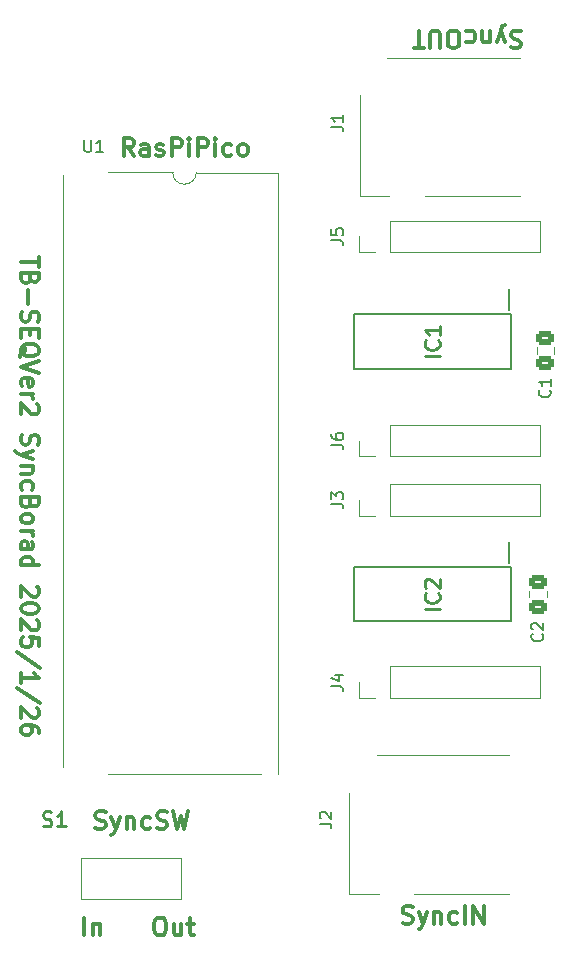
<source format=gto>
G04 #@! TF.GenerationSoftware,KiCad,Pcbnew,8.0.8*
G04 #@! TF.CreationDate,2025-01-26T13:14:25+09:00*
G04 #@! TF.ProjectId,SyncBoard,53796e63-426f-4617-9264-2e6b69636164,rev?*
G04 #@! TF.SameCoordinates,Original*
G04 #@! TF.FileFunction,Legend,Top*
G04 #@! TF.FilePolarity,Positive*
%FSLAX46Y46*%
G04 Gerber Fmt 4.6, Leading zero omitted, Abs format (unit mm)*
G04 Created by KiCad (PCBNEW 8.0.8) date 2025-01-26 13:14:25*
%MOMM*%
%LPD*%
G01*
G04 APERTURE LIST*
G04 Aperture macros list*
%AMRoundRect*
0 Rectangle with rounded corners*
0 $1 Rounding radius*
0 $2 $3 $4 $5 $6 $7 $8 $9 X,Y pos of 4 corners*
0 Add a 4 corners polygon primitive as box body*
4,1,4,$2,$3,$4,$5,$6,$7,$8,$9,$2,$3,0*
0 Add four circle primitives for the rounded corners*
1,1,$1+$1,$2,$3*
1,1,$1+$1,$4,$5*
1,1,$1+$1,$6,$7*
1,1,$1+$1,$8,$9*
0 Add four rect primitives between the rounded corners*
20,1,$1+$1,$2,$3,$4,$5,0*
20,1,$1+$1,$4,$5,$6,$7,0*
20,1,$1+$1,$6,$7,$8,$9,0*
20,1,$1+$1,$8,$9,$2,$3,0*%
G04 Aperture macros list end*
%ADD10C,0.300000*%
%ADD11C,0.254000*%
%ADD12C,0.150000*%
%ADD13C,0.200000*%
%ADD14C,0.120000*%
%ADD15C,0.100000*%
%ADD16R,0.700000X1.775000*%
%ADD17R,1.700000X1.700000*%
%ADD18O,1.700000X1.700000*%
%ADD19O,1.600000X1.600000*%
%ADD20R,1.600000X1.600000*%
%ADD21C,1.400000*%
%ADD22O,2.100000X3.100000*%
%ADD23O,3.500000X2.500000*%
%ADD24O,2.500000X3.500000*%
%ADD25O,3.000000X1.500000*%
%ADD26RoundRect,0.250000X-0.475000X0.337500X-0.475000X-0.337500X0.475000X-0.337500X0.475000X0.337500X0*%
G04 APERTURE END LIST*
D10*
X92840225Y-106300828D02*
X93125939Y-106300828D01*
X93125939Y-106300828D02*
X93268796Y-106372257D01*
X93268796Y-106372257D02*
X93411653Y-106515114D01*
X93411653Y-106515114D02*
X93483082Y-106800828D01*
X93483082Y-106800828D02*
X93483082Y-107300828D01*
X93483082Y-107300828D02*
X93411653Y-107586542D01*
X93411653Y-107586542D02*
X93268796Y-107729400D01*
X93268796Y-107729400D02*
X93125939Y-107800828D01*
X93125939Y-107800828D02*
X92840225Y-107800828D01*
X92840225Y-107800828D02*
X92697368Y-107729400D01*
X92697368Y-107729400D02*
X92554510Y-107586542D01*
X92554510Y-107586542D02*
X92483082Y-107300828D01*
X92483082Y-107300828D02*
X92483082Y-106800828D01*
X92483082Y-106800828D02*
X92554510Y-106515114D01*
X92554510Y-106515114D02*
X92697368Y-106372257D01*
X92697368Y-106372257D02*
X92840225Y-106300828D01*
X94768797Y-106800828D02*
X94768797Y-107800828D01*
X94125939Y-106800828D02*
X94125939Y-107586542D01*
X94125939Y-107586542D02*
X94197368Y-107729400D01*
X94197368Y-107729400D02*
X94340225Y-107800828D01*
X94340225Y-107800828D02*
X94554511Y-107800828D01*
X94554511Y-107800828D02*
X94697368Y-107729400D01*
X94697368Y-107729400D02*
X94768797Y-107657971D01*
X95268797Y-106800828D02*
X95840225Y-106800828D01*
X95483082Y-106300828D02*
X95483082Y-107586542D01*
X95483082Y-107586542D02*
X95554511Y-107729400D01*
X95554511Y-107729400D02*
X95697368Y-107800828D01*
X95697368Y-107800828D02*
X95840225Y-107800828D01*
X86554510Y-107800828D02*
X86554510Y-106300828D01*
X87268796Y-106800828D02*
X87268796Y-107800828D01*
X87268796Y-106943685D02*
X87340225Y-106872257D01*
X87340225Y-106872257D02*
X87483082Y-106800828D01*
X87483082Y-106800828D02*
X87697368Y-106800828D01*
X87697368Y-106800828D02*
X87840225Y-106872257D01*
X87840225Y-106872257D02*
X87911654Y-107015114D01*
X87911654Y-107015114D02*
X87911654Y-107800828D01*
X82699171Y-50340225D02*
X82699171Y-51197368D01*
X81199171Y-50768796D02*
X82699171Y-50768796D01*
X81984885Y-52197367D02*
X81913457Y-52411653D01*
X81913457Y-52411653D02*
X81842028Y-52483082D01*
X81842028Y-52483082D02*
X81699171Y-52554510D01*
X81699171Y-52554510D02*
X81484885Y-52554510D01*
X81484885Y-52554510D02*
X81342028Y-52483082D01*
X81342028Y-52483082D02*
X81270600Y-52411653D01*
X81270600Y-52411653D02*
X81199171Y-52268796D01*
X81199171Y-52268796D02*
X81199171Y-51697367D01*
X81199171Y-51697367D02*
X82699171Y-51697367D01*
X82699171Y-51697367D02*
X82699171Y-52197367D01*
X82699171Y-52197367D02*
X82627742Y-52340225D01*
X82627742Y-52340225D02*
X82556314Y-52411653D01*
X82556314Y-52411653D02*
X82413457Y-52483082D01*
X82413457Y-52483082D02*
X82270600Y-52483082D01*
X82270600Y-52483082D02*
X82127742Y-52411653D01*
X82127742Y-52411653D02*
X82056314Y-52340225D01*
X82056314Y-52340225D02*
X81984885Y-52197367D01*
X81984885Y-52197367D02*
X81984885Y-51697367D01*
X81770600Y-53197367D02*
X81770600Y-54340225D01*
X81270600Y-54983082D02*
X81199171Y-55197368D01*
X81199171Y-55197368D02*
X81199171Y-55554510D01*
X81199171Y-55554510D02*
X81270600Y-55697368D01*
X81270600Y-55697368D02*
X81342028Y-55768796D01*
X81342028Y-55768796D02*
X81484885Y-55840225D01*
X81484885Y-55840225D02*
X81627742Y-55840225D01*
X81627742Y-55840225D02*
X81770600Y-55768796D01*
X81770600Y-55768796D02*
X81842028Y-55697368D01*
X81842028Y-55697368D02*
X81913457Y-55554510D01*
X81913457Y-55554510D02*
X81984885Y-55268796D01*
X81984885Y-55268796D02*
X82056314Y-55125939D01*
X82056314Y-55125939D02*
X82127742Y-55054510D01*
X82127742Y-55054510D02*
X82270600Y-54983082D01*
X82270600Y-54983082D02*
X82413457Y-54983082D01*
X82413457Y-54983082D02*
X82556314Y-55054510D01*
X82556314Y-55054510D02*
X82627742Y-55125939D01*
X82627742Y-55125939D02*
X82699171Y-55268796D01*
X82699171Y-55268796D02*
X82699171Y-55625939D01*
X82699171Y-55625939D02*
X82627742Y-55840225D01*
X81984885Y-56483081D02*
X81984885Y-56983081D01*
X81199171Y-57197367D02*
X81199171Y-56483081D01*
X81199171Y-56483081D02*
X82699171Y-56483081D01*
X82699171Y-56483081D02*
X82699171Y-57197367D01*
X81056314Y-58840224D02*
X81127742Y-58697367D01*
X81127742Y-58697367D02*
X81270600Y-58554510D01*
X81270600Y-58554510D02*
X81484885Y-58340224D01*
X81484885Y-58340224D02*
X81556314Y-58197367D01*
X81556314Y-58197367D02*
X81556314Y-58054510D01*
X81199171Y-58125939D02*
X81270600Y-57983082D01*
X81270600Y-57983082D02*
X81413457Y-57840224D01*
X81413457Y-57840224D02*
X81699171Y-57768796D01*
X81699171Y-57768796D02*
X82199171Y-57768796D01*
X82199171Y-57768796D02*
X82484885Y-57840224D01*
X82484885Y-57840224D02*
X82627742Y-57983082D01*
X82627742Y-57983082D02*
X82699171Y-58125939D01*
X82699171Y-58125939D02*
X82699171Y-58411653D01*
X82699171Y-58411653D02*
X82627742Y-58554510D01*
X82627742Y-58554510D02*
X82484885Y-58697367D01*
X82484885Y-58697367D02*
X82199171Y-58768796D01*
X82199171Y-58768796D02*
X81699171Y-58768796D01*
X81699171Y-58768796D02*
X81413457Y-58697367D01*
X81413457Y-58697367D02*
X81270600Y-58554510D01*
X81270600Y-58554510D02*
X81199171Y-58411653D01*
X81199171Y-58411653D02*
X81199171Y-58125939D01*
X82699171Y-59197368D02*
X81199171Y-59697368D01*
X81199171Y-59697368D02*
X82699171Y-60197368D01*
X81270600Y-61268796D02*
X81199171Y-61125939D01*
X81199171Y-61125939D02*
X81199171Y-60840225D01*
X81199171Y-60840225D02*
X81270600Y-60697367D01*
X81270600Y-60697367D02*
X81413457Y-60625939D01*
X81413457Y-60625939D02*
X81984885Y-60625939D01*
X81984885Y-60625939D02*
X82127742Y-60697367D01*
X82127742Y-60697367D02*
X82199171Y-60840225D01*
X82199171Y-60840225D02*
X82199171Y-61125939D01*
X82199171Y-61125939D02*
X82127742Y-61268796D01*
X82127742Y-61268796D02*
X81984885Y-61340225D01*
X81984885Y-61340225D02*
X81842028Y-61340225D01*
X81842028Y-61340225D02*
X81699171Y-60625939D01*
X81199171Y-61983081D02*
X82199171Y-61983081D01*
X81913457Y-61983081D02*
X82056314Y-62054510D01*
X82056314Y-62054510D02*
X82127742Y-62125939D01*
X82127742Y-62125939D02*
X82199171Y-62268796D01*
X82199171Y-62268796D02*
X82199171Y-62411653D01*
X82556314Y-62840224D02*
X82627742Y-62911652D01*
X82627742Y-62911652D02*
X82699171Y-63054510D01*
X82699171Y-63054510D02*
X82699171Y-63411652D01*
X82699171Y-63411652D02*
X82627742Y-63554510D01*
X82627742Y-63554510D02*
X82556314Y-63625938D01*
X82556314Y-63625938D02*
X82413457Y-63697367D01*
X82413457Y-63697367D02*
X82270600Y-63697367D01*
X82270600Y-63697367D02*
X82056314Y-63625938D01*
X82056314Y-63625938D02*
X81199171Y-62768795D01*
X81199171Y-62768795D02*
X81199171Y-63697367D01*
X81270600Y-65411652D02*
X81199171Y-65625938D01*
X81199171Y-65625938D02*
X81199171Y-65983080D01*
X81199171Y-65983080D02*
X81270600Y-66125938D01*
X81270600Y-66125938D02*
X81342028Y-66197366D01*
X81342028Y-66197366D02*
X81484885Y-66268795D01*
X81484885Y-66268795D02*
X81627742Y-66268795D01*
X81627742Y-66268795D02*
X81770600Y-66197366D01*
X81770600Y-66197366D02*
X81842028Y-66125938D01*
X81842028Y-66125938D02*
X81913457Y-65983080D01*
X81913457Y-65983080D02*
X81984885Y-65697366D01*
X81984885Y-65697366D02*
X82056314Y-65554509D01*
X82056314Y-65554509D02*
X82127742Y-65483080D01*
X82127742Y-65483080D02*
X82270600Y-65411652D01*
X82270600Y-65411652D02*
X82413457Y-65411652D01*
X82413457Y-65411652D02*
X82556314Y-65483080D01*
X82556314Y-65483080D02*
X82627742Y-65554509D01*
X82627742Y-65554509D02*
X82699171Y-65697366D01*
X82699171Y-65697366D02*
X82699171Y-66054509D01*
X82699171Y-66054509D02*
X82627742Y-66268795D01*
X82199171Y-66768794D02*
X81199171Y-67125937D01*
X82199171Y-67483080D02*
X81199171Y-67125937D01*
X81199171Y-67125937D02*
X80842028Y-66983080D01*
X80842028Y-66983080D02*
X80770600Y-66911651D01*
X80770600Y-66911651D02*
X80699171Y-66768794D01*
X82199171Y-68054508D02*
X81199171Y-68054508D01*
X82056314Y-68054508D02*
X82127742Y-68125937D01*
X82127742Y-68125937D02*
X82199171Y-68268794D01*
X82199171Y-68268794D02*
X82199171Y-68483080D01*
X82199171Y-68483080D02*
X82127742Y-68625937D01*
X82127742Y-68625937D02*
X81984885Y-68697366D01*
X81984885Y-68697366D02*
X81199171Y-68697366D01*
X81270600Y-70054509D02*
X81199171Y-69911651D01*
X81199171Y-69911651D02*
X81199171Y-69625937D01*
X81199171Y-69625937D02*
X81270600Y-69483080D01*
X81270600Y-69483080D02*
X81342028Y-69411651D01*
X81342028Y-69411651D02*
X81484885Y-69340223D01*
X81484885Y-69340223D02*
X81913457Y-69340223D01*
X81913457Y-69340223D02*
X82056314Y-69411651D01*
X82056314Y-69411651D02*
X82127742Y-69483080D01*
X82127742Y-69483080D02*
X82199171Y-69625937D01*
X82199171Y-69625937D02*
X82199171Y-69911651D01*
X82199171Y-69911651D02*
X82127742Y-70054509D01*
X81984885Y-71197365D02*
X81913457Y-71411651D01*
X81913457Y-71411651D02*
X81842028Y-71483080D01*
X81842028Y-71483080D02*
X81699171Y-71554508D01*
X81699171Y-71554508D02*
X81484885Y-71554508D01*
X81484885Y-71554508D02*
X81342028Y-71483080D01*
X81342028Y-71483080D02*
X81270600Y-71411651D01*
X81270600Y-71411651D02*
X81199171Y-71268794D01*
X81199171Y-71268794D02*
X81199171Y-70697365D01*
X81199171Y-70697365D02*
X82699171Y-70697365D01*
X82699171Y-70697365D02*
X82699171Y-71197365D01*
X82699171Y-71197365D02*
X82627742Y-71340223D01*
X82627742Y-71340223D02*
X82556314Y-71411651D01*
X82556314Y-71411651D02*
X82413457Y-71483080D01*
X82413457Y-71483080D02*
X82270600Y-71483080D01*
X82270600Y-71483080D02*
X82127742Y-71411651D01*
X82127742Y-71411651D02*
X82056314Y-71340223D01*
X82056314Y-71340223D02*
X81984885Y-71197365D01*
X81984885Y-71197365D02*
X81984885Y-70697365D01*
X81199171Y-72411651D02*
X81270600Y-72268794D01*
X81270600Y-72268794D02*
X81342028Y-72197365D01*
X81342028Y-72197365D02*
X81484885Y-72125937D01*
X81484885Y-72125937D02*
X81913457Y-72125937D01*
X81913457Y-72125937D02*
X82056314Y-72197365D01*
X82056314Y-72197365D02*
X82127742Y-72268794D01*
X82127742Y-72268794D02*
X82199171Y-72411651D01*
X82199171Y-72411651D02*
X82199171Y-72625937D01*
X82199171Y-72625937D02*
X82127742Y-72768794D01*
X82127742Y-72768794D02*
X82056314Y-72840223D01*
X82056314Y-72840223D02*
X81913457Y-72911651D01*
X81913457Y-72911651D02*
X81484885Y-72911651D01*
X81484885Y-72911651D02*
X81342028Y-72840223D01*
X81342028Y-72840223D02*
X81270600Y-72768794D01*
X81270600Y-72768794D02*
X81199171Y-72625937D01*
X81199171Y-72625937D02*
X81199171Y-72411651D01*
X81199171Y-73554508D02*
X82199171Y-73554508D01*
X81913457Y-73554508D02*
X82056314Y-73625937D01*
X82056314Y-73625937D02*
X82127742Y-73697366D01*
X82127742Y-73697366D02*
X82199171Y-73840223D01*
X82199171Y-73840223D02*
X82199171Y-73983080D01*
X81199171Y-75125937D02*
X81984885Y-75125937D01*
X81984885Y-75125937D02*
X82127742Y-75054508D01*
X82127742Y-75054508D02*
X82199171Y-74911651D01*
X82199171Y-74911651D02*
X82199171Y-74625937D01*
X82199171Y-74625937D02*
X82127742Y-74483079D01*
X81270600Y-75125937D02*
X81199171Y-74983079D01*
X81199171Y-74983079D02*
X81199171Y-74625937D01*
X81199171Y-74625937D02*
X81270600Y-74483079D01*
X81270600Y-74483079D02*
X81413457Y-74411651D01*
X81413457Y-74411651D02*
X81556314Y-74411651D01*
X81556314Y-74411651D02*
X81699171Y-74483079D01*
X81699171Y-74483079D02*
X81770600Y-74625937D01*
X81770600Y-74625937D02*
X81770600Y-74983079D01*
X81770600Y-74983079D02*
X81842028Y-75125937D01*
X81199171Y-76483080D02*
X82699171Y-76483080D01*
X81270600Y-76483080D02*
X81199171Y-76340222D01*
X81199171Y-76340222D02*
X81199171Y-76054508D01*
X81199171Y-76054508D02*
X81270600Y-75911651D01*
X81270600Y-75911651D02*
X81342028Y-75840222D01*
X81342028Y-75840222D02*
X81484885Y-75768794D01*
X81484885Y-75768794D02*
X81913457Y-75768794D01*
X81913457Y-75768794D02*
X82056314Y-75840222D01*
X82056314Y-75840222D02*
X82127742Y-75911651D01*
X82127742Y-75911651D02*
X82199171Y-76054508D01*
X82199171Y-76054508D02*
X82199171Y-76340222D01*
X82199171Y-76340222D02*
X82127742Y-76483080D01*
X82556314Y-78268794D02*
X82627742Y-78340222D01*
X82627742Y-78340222D02*
X82699171Y-78483080D01*
X82699171Y-78483080D02*
X82699171Y-78840222D01*
X82699171Y-78840222D02*
X82627742Y-78983080D01*
X82627742Y-78983080D02*
X82556314Y-79054508D01*
X82556314Y-79054508D02*
X82413457Y-79125937D01*
X82413457Y-79125937D02*
X82270600Y-79125937D01*
X82270600Y-79125937D02*
X82056314Y-79054508D01*
X82056314Y-79054508D02*
X81199171Y-78197365D01*
X81199171Y-78197365D02*
X81199171Y-79125937D01*
X82699171Y-80054508D02*
X82699171Y-80197365D01*
X82699171Y-80197365D02*
X82627742Y-80340222D01*
X82627742Y-80340222D02*
X82556314Y-80411651D01*
X82556314Y-80411651D02*
X82413457Y-80483079D01*
X82413457Y-80483079D02*
X82127742Y-80554508D01*
X82127742Y-80554508D02*
X81770600Y-80554508D01*
X81770600Y-80554508D02*
X81484885Y-80483079D01*
X81484885Y-80483079D02*
X81342028Y-80411651D01*
X81342028Y-80411651D02*
X81270600Y-80340222D01*
X81270600Y-80340222D02*
X81199171Y-80197365D01*
X81199171Y-80197365D02*
X81199171Y-80054508D01*
X81199171Y-80054508D02*
X81270600Y-79911651D01*
X81270600Y-79911651D02*
X81342028Y-79840222D01*
X81342028Y-79840222D02*
X81484885Y-79768793D01*
X81484885Y-79768793D02*
X81770600Y-79697365D01*
X81770600Y-79697365D02*
X82127742Y-79697365D01*
X82127742Y-79697365D02*
X82413457Y-79768793D01*
X82413457Y-79768793D02*
X82556314Y-79840222D01*
X82556314Y-79840222D02*
X82627742Y-79911651D01*
X82627742Y-79911651D02*
X82699171Y-80054508D01*
X82556314Y-81125936D02*
X82627742Y-81197364D01*
X82627742Y-81197364D02*
X82699171Y-81340222D01*
X82699171Y-81340222D02*
X82699171Y-81697364D01*
X82699171Y-81697364D02*
X82627742Y-81840222D01*
X82627742Y-81840222D02*
X82556314Y-81911650D01*
X82556314Y-81911650D02*
X82413457Y-81983079D01*
X82413457Y-81983079D02*
X82270600Y-81983079D01*
X82270600Y-81983079D02*
X82056314Y-81911650D01*
X82056314Y-81911650D02*
X81199171Y-81054507D01*
X81199171Y-81054507D02*
X81199171Y-81983079D01*
X82699171Y-83340221D02*
X82699171Y-82625935D01*
X82699171Y-82625935D02*
X81984885Y-82554507D01*
X81984885Y-82554507D02*
X82056314Y-82625935D01*
X82056314Y-82625935D02*
X82127742Y-82768793D01*
X82127742Y-82768793D02*
X82127742Y-83125935D01*
X82127742Y-83125935D02*
X82056314Y-83268793D01*
X82056314Y-83268793D02*
X81984885Y-83340221D01*
X81984885Y-83340221D02*
X81842028Y-83411650D01*
X81842028Y-83411650D02*
X81484885Y-83411650D01*
X81484885Y-83411650D02*
X81342028Y-83340221D01*
X81342028Y-83340221D02*
X81270600Y-83268793D01*
X81270600Y-83268793D02*
X81199171Y-83125935D01*
X81199171Y-83125935D02*
X81199171Y-82768793D01*
X81199171Y-82768793D02*
X81270600Y-82625935D01*
X81270600Y-82625935D02*
X81342028Y-82554507D01*
X82770600Y-85125935D02*
X80842028Y-83840221D01*
X81199171Y-86411650D02*
X81199171Y-85554507D01*
X81199171Y-85983078D02*
X82699171Y-85983078D01*
X82699171Y-85983078D02*
X82484885Y-85840221D01*
X82484885Y-85840221D02*
X82342028Y-85697364D01*
X82342028Y-85697364D02*
X82270600Y-85554507D01*
X82770600Y-88125935D02*
X80842028Y-86840221D01*
X82556314Y-88554507D02*
X82627742Y-88625935D01*
X82627742Y-88625935D02*
X82699171Y-88768793D01*
X82699171Y-88768793D02*
X82699171Y-89125935D01*
X82699171Y-89125935D02*
X82627742Y-89268793D01*
X82627742Y-89268793D02*
X82556314Y-89340221D01*
X82556314Y-89340221D02*
X82413457Y-89411650D01*
X82413457Y-89411650D02*
X82270600Y-89411650D01*
X82270600Y-89411650D02*
X82056314Y-89340221D01*
X82056314Y-89340221D02*
X81199171Y-88483078D01*
X81199171Y-88483078D02*
X81199171Y-89411650D01*
X82699171Y-90697364D02*
X82699171Y-90411649D01*
X82699171Y-90411649D02*
X82627742Y-90268792D01*
X82627742Y-90268792D02*
X82556314Y-90197364D01*
X82556314Y-90197364D02*
X82342028Y-90054506D01*
X82342028Y-90054506D02*
X82056314Y-89983078D01*
X82056314Y-89983078D02*
X81484885Y-89983078D01*
X81484885Y-89983078D02*
X81342028Y-90054506D01*
X81342028Y-90054506D02*
X81270600Y-90125935D01*
X81270600Y-90125935D02*
X81199171Y-90268792D01*
X81199171Y-90268792D02*
X81199171Y-90554506D01*
X81199171Y-90554506D02*
X81270600Y-90697364D01*
X81270600Y-90697364D02*
X81342028Y-90768792D01*
X81342028Y-90768792D02*
X81484885Y-90840221D01*
X81484885Y-90840221D02*
X81842028Y-90840221D01*
X81842028Y-90840221D02*
X81984885Y-90768792D01*
X81984885Y-90768792D02*
X82056314Y-90697364D01*
X82056314Y-90697364D02*
X82127742Y-90554506D01*
X82127742Y-90554506D02*
X82127742Y-90268792D01*
X82127742Y-90268792D02*
X82056314Y-90125935D01*
X82056314Y-90125935D02*
X81984885Y-90054506D01*
X81984885Y-90054506D02*
X81842028Y-89983078D01*
X90716653Y-41800828D02*
X90216653Y-41086542D01*
X89859510Y-41800828D02*
X89859510Y-40300828D01*
X89859510Y-40300828D02*
X90430939Y-40300828D01*
X90430939Y-40300828D02*
X90573796Y-40372257D01*
X90573796Y-40372257D02*
X90645225Y-40443685D01*
X90645225Y-40443685D02*
X90716653Y-40586542D01*
X90716653Y-40586542D02*
X90716653Y-40800828D01*
X90716653Y-40800828D02*
X90645225Y-40943685D01*
X90645225Y-40943685D02*
X90573796Y-41015114D01*
X90573796Y-41015114D02*
X90430939Y-41086542D01*
X90430939Y-41086542D02*
X89859510Y-41086542D01*
X92002368Y-41800828D02*
X92002368Y-41015114D01*
X92002368Y-41015114D02*
X91930939Y-40872257D01*
X91930939Y-40872257D02*
X91788082Y-40800828D01*
X91788082Y-40800828D02*
X91502368Y-40800828D01*
X91502368Y-40800828D02*
X91359510Y-40872257D01*
X92002368Y-41729400D02*
X91859510Y-41800828D01*
X91859510Y-41800828D02*
X91502368Y-41800828D01*
X91502368Y-41800828D02*
X91359510Y-41729400D01*
X91359510Y-41729400D02*
X91288082Y-41586542D01*
X91288082Y-41586542D02*
X91288082Y-41443685D01*
X91288082Y-41443685D02*
X91359510Y-41300828D01*
X91359510Y-41300828D02*
X91502368Y-41229400D01*
X91502368Y-41229400D02*
X91859510Y-41229400D01*
X91859510Y-41229400D02*
X92002368Y-41157971D01*
X92645225Y-41729400D02*
X92788082Y-41800828D01*
X92788082Y-41800828D02*
X93073796Y-41800828D01*
X93073796Y-41800828D02*
X93216653Y-41729400D01*
X93216653Y-41729400D02*
X93288082Y-41586542D01*
X93288082Y-41586542D02*
X93288082Y-41515114D01*
X93288082Y-41515114D02*
X93216653Y-41372257D01*
X93216653Y-41372257D02*
X93073796Y-41300828D01*
X93073796Y-41300828D02*
X92859511Y-41300828D01*
X92859511Y-41300828D02*
X92716653Y-41229400D01*
X92716653Y-41229400D02*
X92645225Y-41086542D01*
X92645225Y-41086542D02*
X92645225Y-41015114D01*
X92645225Y-41015114D02*
X92716653Y-40872257D01*
X92716653Y-40872257D02*
X92859511Y-40800828D01*
X92859511Y-40800828D02*
X93073796Y-40800828D01*
X93073796Y-40800828D02*
X93216653Y-40872257D01*
X93930939Y-41800828D02*
X93930939Y-40300828D01*
X93930939Y-40300828D02*
X94502368Y-40300828D01*
X94502368Y-40300828D02*
X94645225Y-40372257D01*
X94645225Y-40372257D02*
X94716654Y-40443685D01*
X94716654Y-40443685D02*
X94788082Y-40586542D01*
X94788082Y-40586542D02*
X94788082Y-40800828D01*
X94788082Y-40800828D02*
X94716654Y-40943685D01*
X94716654Y-40943685D02*
X94645225Y-41015114D01*
X94645225Y-41015114D02*
X94502368Y-41086542D01*
X94502368Y-41086542D02*
X93930939Y-41086542D01*
X95430939Y-41800828D02*
X95430939Y-40800828D01*
X95430939Y-40300828D02*
X95359511Y-40372257D01*
X95359511Y-40372257D02*
X95430939Y-40443685D01*
X95430939Y-40443685D02*
X95502368Y-40372257D01*
X95502368Y-40372257D02*
X95430939Y-40300828D01*
X95430939Y-40300828D02*
X95430939Y-40443685D01*
X96145225Y-41800828D02*
X96145225Y-40300828D01*
X96145225Y-40300828D02*
X96716654Y-40300828D01*
X96716654Y-40300828D02*
X96859511Y-40372257D01*
X96859511Y-40372257D02*
X96930940Y-40443685D01*
X96930940Y-40443685D02*
X97002368Y-40586542D01*
X97002368Y-40586542D02*
X97002368Y-40800828D01*
X97002368Y-40800828D02*
X96930940Y-40943685D01*
X96930940Y-40943685D02*
X96859511Y-41015114D01*
X96859511Y-41015114D02*
X96716654Y-41086542D01*
X96716654Y-41086542D02*
X96145225Y-41086542D01*
X97645225Y-41800828D02*
X97645225Y-40800828D01*
X97645225Y-40300828D02*
X97573797Y-40372257D01*
X97573797Y-40372257D02*
X97645225Y-40443685D01*
X97645225Y-40443685D02*
X97716654Y-40372257D01*
X97716654Y-40372257D02*
X97645225Y-40300828D01*
X97645225Y-40300828D02*
X97645225Y-40443685D01*
X99002369Y-41729400D02*
X98859511Y-41800828D01*
X98859511Y-41800828D02*
X98573797Y-41800828D01*
X98573797Y-41800828D02*
X98430940Y-41729400D01*
X98430940Y-41729400D02*
X98359511Y-41657971D01*
X98359511Y-41657971D02*
X98288083Y-41515114D01*
X98288083Y-41515114D02*
X98288083Y-41086542D01*
X98288083Y-41086542D02*
X98359511Y-40943685D01*
X98359511Y-40943685D02*
X98430940Y-40872257D01*
X98430940Y-40872257D02*
X98573797Y-40800828D01*
X98573797Y-40800828D02*
X98859511Y-40800828D01*
X98859511Y-40800828D02*
X99002369Y-40872257D01*
X99859511Y-41800828D02*
X99716654Y-41729400D01*
X99716654Y-41729400D02*
X99645225Y-41657971D01*
X99645225Y-41657971D02*
X99573797Y-41515114D01*
X99573797Y-41515114D02*
X99573797Y-41086542D01*
X99573797Y-41086542D02*
X99645225Y-40943685D01*
X99645225Y-40943685D02*
X99716654Y-40872257D01*
X99716654Y-40872257D02*
X99859511Y-40800828D01*
X99859511Y-40800828D02*
X100073797Y-40800828D01*
X100073797Y-40800828D02*
X100216654Y-40872257D01*
X100216654Y-40872257D02*
X100288083Y-40943685D01*
X100288083Y-40943685D02*
X100359511Y-41086542D01*
X100359511Y-41086542D02*
X100359511Y-41515114D01*
X100359511Y-41515114D02*
X100288083Y-41657971D01*
X100288083Y-41657971D02*
X100216654Y-41729400D01*
X100216654Y-41729400D02*
X100073797Y-41800828D01*
X100073797Y-41800828D02*
X99859511Y-41800828D01*
X123516917Y-31270600D02*
X123302632Y-31199171D01*
X123302632Y-31199171D02*
X122945489Y-31199171D01*
X122945489Y-31199171D02*
X122802632Y-31270600D01*
X122802632Y-31270600D02*
X122731203Y-31342028D01*
X122731203Y-31342028D02*
X122659774Y-31484885D01*
X122659774Y-31484885D02*
X122659774Y-31627742D01*
X122659774Y-31627742D02*
X122731203Y-31770600D01*
X122731203Y-31770600D02*
X122802632Y-31842028D01*
X122802632Y-31842028D02*
X122945489Y-31913457D01*
X122945489Y-31913457D02*
X123231203Y-31984885D01*
X123231203Y-31984885D02*
X123374060Y-32056314D01*
X123374060Y-32056314D02*
X123445489Y-32127742D01*
X123445489Y-32127742D02*
X123516917Y-32270600D01*
X123516917Y-32270600D02*
X123516917Y-32413457D01*
X123516917Y-32413457D02*
X123445489Y-32556314D01*
X123445489Y-32556314D02*
X123374060Y-32627742D01*
X123374060Y-32627742D02*
X123231203Y-32699171D01*
X123231203Y-32699171D02*
X122874060Y-32699171D01*
X122874060Y-32699171D02*
X122659774Y-32627742D01*
X122159775Y-32199171D02*
X121802632Y-31199171D01*
X121445489Y-32199171D02*
X121802632Y-31199171D01*
X121802632Y-31199171D02*
X121945489Y-30842028D01*
X121945489Y-30842028D02*
X122016918Y-30770600D01*
X122016918Y-30770600D02*
X122159775Y-30699171D01*
X120874061Y-32199171D02*
X120874061Y-31199171D01*
X120874061Y-32056314D02*
X120802632Y-32127742D01*
X120802632Y-32127742D02*
X120659775Y-32199171D01*
X120659775Y-32199171D02*
X120445489Y-32199171D01*
X120445489Y-32199171D02*
X120302632Y-32127742D01*
X120302632Y-32127742D02*
X120231204Y-31984885D01*
X120231204Y-31984885D02*
X120231204Y-31199171D01*
X118874061Y-31270600D02*
X119016918Y-31199171D01*
X119016918Y-31199171D02*
X119302632Y-31199171D01*
X119302632Y-31199171D02*
X119445489Y-31270600D01*
X119445489Y-31270600D02*
X119516918Y-31342028D01*
X119516918Y-31342028D02*
X119588346Y-31484885D01*
X119588346Y-31484885D02*
X119588346Y-31913457D01*
X119588346Y-31913457D02*
X119516918Y-32056314D01*
X119516918Y-32056314D02*
X119445489Y-32127742D01*
X119445489Y-32127742D02*
X119302632Y-32199171D01*
X119302632Y-32199171D02*
X119016918Y-32199171D01*
X119016918Y-32199171D02*
X118874061Y-32127742D01*
X117945489Y-32699171D02*
X117659775Y-32699171D01*
X117659775Y-32699171D02*
X117516918Y-32627742D01*
X117516918Y-32627742D02*
X117374061Y-32484885D01*
X117374061Y-32484885D02*
X117302632Y-32199171D01*
X117302632Y-32199171D02*
X117302632Y-31699171D01*
X117302632Y-31699171D02*
X117374061Y-31413457D01*
X117374061Y-31413457D02*
X117516918Y-31270600D01*
X117516918Y-31270600D02*
X117659775Y-31199171D01*
X117659775Y-31199171D02*
X117945489Y-31199171D01*
X117945489Y-31199171D02*
X118088347Y-31270600D01*
X118088347Y-31270600D02*
X118231204Y-31413457D01*
X118231204Y-31413457D02*
X118302632Y-31699171D01*
X118302632Y-31699171D02*
X118302632Y-32199171D01*
X118302632Y-32199171D02*
X118231204Y-32484885D01*
X118231204Y-32484885D02*
X118088347Y-32627742D01*
X118088347Y-32627742D02*
X117945489Y-32699171D01*
X116659775Y-32699171D02*
X116659775Y-31484885D01*
X116659775Y-31484885D02*
X116588346Y-31342028D01*
X116588346Y-31342028D02*
X116516918Y-31270600D01*
X116516918Y-31270600D02*
X116374060Y-31199171D01*
X116374060Y-31199171D02*
X116088346Y-31199171D01*
X116088346Y-31199171D02*
X115945489Y-31270600D01*
X115945489Y-31270600D02*
X115874060Y-31342028D01*
X115874060Y-31342028D02*
X115802632Y-31484885D01*
X115802632Y-31484885D02*
X115802632Y-32699171D01*
X115302631Y-32699171D02*
X114445489Y-32699171D01*
X114874060Y-31199171D02*
X114874060Y-32699171D01*
X113483082Y-106729400D02*
X113697368Y-106800828D01*
X113697368Y-106800828D02*
X114054510Y-106800828D01*
X114054510Y-106800828D02*
X114197368Y-106729400D01*
X114197368Y-106729400D02*
X114268796Y-106657971D01*
X114268796Y-106657971D02*
X114340225Y-106515114D01*
X114340225Y-106515114D02*
X114340225Y-106372257D01*
X114340225Y-106372257D02*
X114268796Y-106229400D01*
X114268796Y-106229400D02*
X114197368Y-106157971D01*
X114197368Y-106157971D02*
X114054510Y-106086542D01*
X114054510Y-106086542D02*
X113768796Y-106015114D01*
X113768796Y-106015114D02*
X113625939Y-105943685D01*
X113625939Y-105943685D02*
X113554510Y-105872257D01*
X113554510Y-105872257D02*
X113483082Y-105729400D01*
X113483082Y-105729400D02*
X113483082Y-105586542D01*
X113483082Y-105586542D02*
X113554510Y-105443685D01*
X113554510Y-105443685D02*
X113625939Y-105372257D01*
X113625939Y-105372257D02*
X113768796Y-105300828D01*
X113768796Y-105300828D02*
X114125939Y-105300828D01*
X114125939Y-105300828D02*
X114340225Y-105372257D01*
X114840224Y-105800828D02*
X115197367Y-106800828D01*
X115554510Y-105800828D02*
X115197367Y-106800828D01*
X115197367Y-106800828D02*
X115054510Y-107157971D01*
X115054510Y-107157971D02*
X114983081Y-107229400D01*
X114983081Y-107229400D02*
X114840224Y-107300828D01*
X116125938Y-105800828D02*
X116125938Y-106800828D01*
X116125938Y-105943685D02*
X116197367Y-105872257D01*
X116197367Y-105872257D02*
X116340224Y-105800828D01*
X116340224Y-105800828D02*
X116554510Y-105800828D01*
X116554510Y-105800828D02*
X116697367Y-105872257D01*
X116697367Y-105872257D02*
X116768796Y-106015114D01*
X116768796Y-106015114D02*
X116768796Y-106800828D01*
X118125939Y-106729400D02*
X117983081Y-106800828D01*
X117983081Y-106800828D02*
X117697367Y-106800828D01*
X117697367Y-106800828D02*
X117554510Y-106729400D01*
X117554510Y-106729400D02*
X117483081Y-106657971D01*
X117483081Y-106657971D02*
X117411653Y-106515114D01*
X117411653Y-106515114D02*
X117411653Y-106086542D01*
X117411653Y-106086542D02*
X117483081Y-105943685D01*
X117483081Y-105943685D02*
X117554510Y-105872257D01*
X117554510Y-105872257D02*
X117697367Y-105800828D01*
X117697367Y-105800828D02*
X117983081Y-105800828D01*
X117983081Y-105800828D02*
X118125939Y-105872257D01*
X118768795Y-106800828D02*
X118768795Y-105300828D01*
X119483081Y-106800828D02*
X119483081Y-105300828D01*
X119483081Y-105300828D02*
X120340224Y-106800828D01*
X120340224Y-106800828D02*
X120340224Y-105300828D01*
X87483082Y-98729400D02*
X87697368Y-98800828D01*
X87697368Y-98800828D02*
X88054510Y-98800828D01*
X88054510Y-98800828D02*
X88197368Y-98729400D01*
X88197368Y-98729400D02*
X88268796Y-98657971D01*
X88268796Y-98657971D02*
X88340225Y-98515114D01*
X88340225Y-98515114D02*
X88340225Y-98372257D01*
X88340225Y-98372257D02*
X88268796Y-98229400D01*
X88268796Y-98229400D02*
X88197368Y-98157971D01*
X88197368Y-98157971D02*
X88054510Y-98086542D01*
X88054510Y-98086542D02*
X87768796Y-98015114D01*
X87768796Y-98015114D02*
X87625939Y-97943685D01*
X87625939Y-97943685D02*
X87554510Y-97872257D01*
X87554510Y-97872257D02*
X87483082Y-97729400D01*
X87483082Y-97729400D02*
X87483082Y-97586542D01*
X87483082Y-97586542D02*
X87554510Y-97443685D01*
X87554510Y-97443685D02*
X87625939Y-97372257D01*
X87625939Y-97372257D02*
X87768796Y-97300828D01*
X87768796Y-97300828D02*
X88125939Y-97300828D01*
X88125939Y-97300828D02*
X88340225Y-97372257D01*
X88840224Y-97800828D02*
X89197367Y-98800828D01*
X89554510Y-97800828D02*
X89197367Y-98800828D01*
X89197367Y-98800828D02*
X89054510Y-99157971D01*
X89054510Y-99157971D02*
X88983081Y-99229400D01*
X88983081Y-99229400D02*
X88840224Y-99300828D01*
X90125938Y-97800828D02*
X90125938Y-98800828D01*
X90125938Y-97943685D02*
X90197367Y-97872257D01*
X90197367Y-97872257D02*
X90340224Y-97800828D01*
X90340224Y-97800828D02*
X90554510Y-97800828D01*
X90554510Y-97800828D02*
X90697367Y-97872257D01*
X90697367Y-97872257D02*
X90768796Y-98015114D01*
X90768796Y-98015114D02*
X90768796Y-98800828D01*
X92125939Y-98729400D02*
X91983081Y-98800828D01*
X91983081Y-98800828D02*
X91697367Y-98800828D01*
X91697367Y-98800828D02*
X91554510Y-98729400D01*
X91554510Y-98729400D02*
X91483081Y-98657971D01*
X91483081Y-98657971D02*
X91411653Y-98515114D01*
X91411653Y-98515114D02*
X91411653Y-98086542D01*
X91411653Y-98086542D02*
X91483081Y-97943685D01*
X91483081Y-97943685D02*
X91554510Y-97872257D01*
X91554510Y-97872257D02*
X91697367Y-97800828D01*
X91697367Y-97800828D02*
X91983081Y-97800828D01*
X91983081Y-97800828D02*
X92125939Y-97872257D01*
X92697367Y-98729400D02*
X92911653Y-98800828D01*
X92911653Y-98800828D02*
X93268795Y-98800828D01*
X93268795Y-98800828D02*
X93411653Y-98729400D01*
X93411653Y-98729400D02*
X93483081Y-98657971D01*
X93483081Y-98657971D02*
X93554510Y-98515114D01*
X93554510Y-98515114D02*
X93554510Y-98372257D01*
X93554510Y-98372257D02*
X93483081Y-98229400D01*
X93483081Y-98229400D02*
X93411653Y-98157971D01*
X93411653Y-98157971D02*
X93268795Y-98086542D01*
X93268795Y-98086542D02*
X92983081Y-98015114D01*
X92983081Y-98015114D02*
X92840224Y-97943685D01*
X92840224Y-97943685D02*
X92768795Y-97872257D01*
X92768795Y-97872257D02*
X92697367Y-97729400D01*
X92697367Y-97729400D02*
X92697367Y-97586542D01*
X92697367Y-97586542D02*
X92768795Y-97443685D01*
X92768795Y-97443685D02*
X92840224Y-97372257D01*
X92840224Y-97372257D02*
X92983081Y-97300828D01*
X92983081Y-97300828D02*
X93340224Y-97300828D01*
X93340224Y-97300828D02*
X93554510Y-97372257D01*
X94054509Y-97300828D02*
X94411652Y-98800828D01*
X94411652Y-98800828D02*
X94697366Y-97729400D01*
X94697366Y-97729400D02*
X94983081Y-98800828D01*
X94983081Y-98800828D02*
X95340224Y-97300828D01*
D11*
X116624318Y-80164762D02*
X115354318Y-80164762D01*
X116503365Y-78834285D02*
X116563842Y-78894761D01*
X116563842Y-78894761D02*
X116624318Y-79076190D01*
X116624318Y-79076190D02*
X116624318Y-79197142D01*
X116624318Y-79197142D02*
X116563842Y-79378571D01*
X116563842Y-79378571D02*
X116442889Y-79499523D01*
X116442889Y-79499523D02*
X116321937Y-79560000D01*
X116321937Y-79560000D02*
X116080032Y-79620476D01*
X116080032Y-79620476D02*
X115898603Y-79620476D01*
X115898603Y-79620476D02*
X115656699Y-79560000D01*
X115656699Y-79560000D02*
X115535746Y-79499523D01*
X115535746Y-79499523D02*
X115414794Y-79378571D01*
X115414794Y-79378571D02*
X115354318Y-79197142D01*
X115354318Y-79197142D02*
X115354318Y-79076190D01*
X115354318Y-79076190D02*
X115414794Y-78894761D01*
X115414794Y-78894761D02*
X115475270Y-78834285D01*
X115475270Y-78350476D02*
X115414794Y-78290000D01*
X115414794Y-78290000D02*
X115354318Y-78169047D01*
X115354318Y-78169047D02*
X115354318Y-77866666D01*
X115354318Y-77866666D02*
X115414794Y-77745714D01*
X115414794Y-77745714D02*
X115475270Y-77685238D01*
X115475270Y-77685238D02*
X115596222Y-77624761D01*
X115596222Y-77624761D02*
X115717175Y-77624761D01*
X115717175Y-77624761D02*
X115898603Y-77685238D01*
X115898603Y-77685238D02*
X116624318Y-78410952D01*
X116624318Y-78410952D02*
X116624318Y-77624761D01*
X116624318Y-58752762D02*
X115354318Y-58752762D01*
X116503365Y-57422285D02*
X116563842Y-57482761D01*
X116563842Y-57482761D02*
X116624318Y-57664190D01*
X116624318Y-57664190D02*
X116624318Y-57785142D01*
X116624318Y-57785142D02*
X116563842Y-57966571D01*
X116563842Y-57966571D02*
X116442889Y-58087523D01*
X116442889Y-58087523D02*
X116321937Y-58148000D01*
X116321937Y-58148000D02*
X116080032Y-58208476D01*
X116080032Y-58208476D02*
X115898603Y-58208476D01*
X115898603Y-58208476D02*
X115656699Y-58148000D01*
X115656699Y-58148000D02*
X115535746Y-58087523D01*
X115535746Y-58087523D02*
X115414794Y-57966571D01*
X115414794Y-57966571D02*
X115354318Y-57785142D01*
X115354318Y-57785142D02*
X115354318Y-57664190D01*
X115354318Y-57664190D02*
X115414794Y-57482761D01*
X115414794Y-57482761D02*
X115475270Y-57422285D01*
X116624318Y-56212761D02*
X116624318Y-56938476D01*
X116624318Y-56575619D02*
X115354318Y-56575619D01*
X115354318Y-56575619D02*
X115535746Y-56696571D01*
X115535746Y-56696571D02*
X115656699Y-56817523D01*
X115656699Y-56817523D02*
X115717175Y-56938476D01*
D12*
X107454819Y-66258333D02*
X108169104Y-66258333D01*
X108169104Y-66258333D02*
X108311961Y-66305952D01*
X108311961Y-66305952D02*
X108407200Y-66401190D01*
X108407200Y-66401190D02*
X108454819Y-66544047D01*
X108454819Y-66544047D02*
X108454819Y-66639285D01*
X107454819Y-65353571D02*
X107454819Y-65544047D01*
X107454819Y-65544047D02*
X107502438Y-65639285D01*
X107502438Y-65639285D02*
X107550057Y-65686904D01*
X107550057Y-65686904D02*
X107692914Y-65782142D01*
X107692914Y-65782142D02*
X107883390Y-65829761D01*
X107883390Y-65829761D02*
X108264342Y-65829761D01*
X108264342Y-65829761D02*
X108359580Y-65782142D01*
X108359580Y-65782142D02*
X108407200Y-65734523D01*
X108407200Y-65734523D02*
X108454819Y-65639285D01*
X108454819Y-65639285D02*
X108454819Y-65448809D01*
X108454819Y-65448809D02*
X108407200Y-65353571D01*
X108407200Y-65353571D02*
X108359580Y-65305952D01*
X108359580Y-65305952D02*
X108264342Y-65258333D01*
X108264342Y-65258333D02*
X108026247Y-65258333D01*
X108026247Y-65258333D02*
X107931009Y-65305952D01*
X107931009Y-65305952D02*
X107883390Y-65353571D01*
X107883390Y-65353571D02*
X107835771Y-65448809D01*
X107835771Y-65448809D02*
X107835771Y-65639285D01*
X107835771Y-65639285D02*
X107883390Y-65734523D01*
X107883390Y-65734523D02*
X107931009Y-65782142D01*
X107931009Y-65782142D02*
X108026247Y-65829761D01*
X107454819Y-48948333D02*
X108169104Y-48948333D01*
X108169104Y-48948333D02*
X108311961Y-48995952D01*
X108311961Y-48995952D02*
X108407200Y-49091190D01*
X108407200Y-49091190D02*
X108454819Y-49234047D01*
X108454819Y-49234047D02*
X108454819Y-49329285D01*
X107454819Y-47995952D02*
X107454819Y-48472142D01*
X107454819Y-48472142D02*
X107931009Y-48519761D01*
X107931009Y-48519761D02*
X107883390Y-48472142D01*
X107883390Y-48472142D02*
X107835771Y-48376904D01*
X107835771Y-48376904D02*
X107835771Y-48138809D01*
X107835771Y-48138809D02*
X107883390Y-48043571D01*
X107883390Y-48043571D02*
X107931009Y-47995952D01*
X107931009Y-47995952D02*
X108026247Y-47948333D01*
X108026247Y-47948333D02*
X108264342Y-47948333D01*
X108264342Y-47948333D02*
X108359580Y-47995952D01*
X108359580Y-47995952D02*
X108407200Y-48043571D01*
X108407200Y-48043571D02*
X108454819Y-48138809D01*
X108454819Y-48138809D02*
X108454819Y-48376904D01*
X108454819Y-48376904D02*
X108407200Y-48472142D01*
X108407200Y-48472142D02*
X108359580Y-48519761D01*
X107454819Y-86693333D02*
X108169104Y-86693333D01*
X108169104Y-86693333D02*
X108311961Y-86740952D01*
X108311961Y-86740952D02*
X108407200Y-86836190D01*
X108407200Y-86836190D02*
X108454819Y-86979047D01*
X108454819Y-86979047D02*
X108454819Y-87074285D01*
X107788152Y-85788571D02*
X108454819Y-85788571D01*
X107407200Y-86026666D02*
X108121485Y-86264761D01*
X108121485Y-86264761D02*
X108121485Y-85645714D01*
X107454819Y-71258333D02*
X108169104Y-71258333D01*
X108169104Y-71258333D02*
X108311961Y-71305952D01*
X108311961Y-71305952D02*
X108407200Y-71401190D01*
X108407200Y-71401190D02*
X108454819Y-71544047D01*
X108454819Y-71544047D02*
X108454819Y-71639285D01*
X107454819Y-70877380D02*
X107454819Y-70258333D01*
X107454819Y-70258333D02*
X107835771Y-70591666D01*
X107835771Y-70591666D02*
X107835771Y-70448809D01*
X107835771Y-70448809D02*
X107883390Y-70353571D01*
X107883390Y-70353571D02*
X107931009Y-70305952D01*
X107931009Y-70305952D02*
X108026247Y-70258333D01*
X108026247Y-70258333D02*
X108264342Y-70258333D01*
X108264342Y-70258333D02*
X108359580Y-70305952D01*
X108359580Y-70305952D02*
X108407200Y-70353571D01*
X108407200Y-70353571D02*
X108454819Y-70448809D01*
X108454819Y-70448809D02*
X108454819Y-70734523D01*
X108454819Y-70734523D02*
X108407200Y-70829761D01*
X108407200Y-70829761D02*
X108359580Y-70877380D01*
X86543095Y-40454819D02*
X86543095Y-41264342D01*
X86543095Y-41264342D02*
X86590714Y-41359580D01*
X86590714Y-41359580D02*
X86638333Y-41407200D01*
X86638333Y-41407200D02*
X86733571Y-41454819D01*
X86733571Y-41454819D02*
X86924047Y-41454819D01*
X86924047Y-41454819D02*
X87019285Y-41407200D01*
X87019285Y-41407200D02*
X87066904Y-41359580D01*
X87066904Y-41359580D02*
X87114523Y-41264342D01*
X87114523Y-41264342D02*
X87114523Y-40454819D01*
X88114523Y-41454819D02*
X87543095Y-41454819D01*
X87828809Y-41454819D02*
X87828809Y-40454819D01*
X87828809Y-40454819D02*
X87733571Y-40597676D01*
X87733571Y-40597676D02*
X87638333Y-40692914D01*
X87638333Y-40692914D02*
X87543095Y-40740533D01*
D11*
X83032380Y-98513842D02*
X83213809Y-98574318D01*
X83213809Y-98574318D02*
X83516190Y-98574318D01*
X83516190Y-98574318D02*
X83637142Y-98513842D01*
X83637142Y-98513842D02*
X83697618Y-98453365D01*
X83697618Y-98453365D02*
X83758095Y-98332413D01*
X83758095Y-98332413D02*
X83758095Y-98211461D01*
X83758095Y-98211461D02*
X83697618Y-98090508D01*
X83697618Y-98090508D02*
X83637142Y-98030032D01*
X83637142Y-98030032D02*
X83516190Y-97969556D01*
X83516190Y-97969556D02*
X83274285Y-97909080D01*
X83274285Y-97909080D02*
X83153333Y-97848603D01*
X83153333Y-97848603D02*
X83092856Y-97788127D01*
X83092856Y-97788127D02*
X83032380Y-97667175D01*
X83032380Y-97667175D02*
X83032380Y-97546222D01*
X83032380Y-97546222D02*
X83092856Y-97425270D01*
X83092856Y-97425270D02*
X83153333Y-97364794D01*
X83153333Y-97364794D02*
X83274285Y-97304318D01*
X83274285Y-97304318D02*
X83576666Y-97304318D01*
X83576666Y-97304318D02*
X83758095Y-97364794D01*
X84967619Y-98574318D02*
X84241904Y-98574318D01*
X84604761Y-98574318D02*
X84604761Y-97304318D01*
X84604761Y-97304318D02*
X84483809Y-97485746D01*
X84483809Y-97485746D02*
X84362857Y-97606699D01*
X84362857Y-97606699D02*
X84241904Y-97667175D01*
D12*
X106454819Y-98333333D02*
X107169104Y-98333333D01*
X107169104Y-98333333D02*
X107311961Y-98380952D01*
X107311961Y-98380952D02*
X107407200Y-98476190D01*
X107407200Y-98476190D02*
X107454819Y-98619047D01*
X107454819Y-98619047D02*
X107454819Y-98714285D01*
X106550057Y-97904761D02*
X106502438Y-97857142D01*
X106502438Y-97857142D02*
X106454819Y-97761904D01*
X106454819Y-97761904D02*
X106454819Y-97523809D01*
X106454819Y-97523809D02*
X106502438Y-97428571D01*
X106502438Y-97428571D02*
X106550057Y-97380952D01*
X106550057Y-97380952D02*
X106645295Y-97333333D01*
X106645295Y-97333333D02*
X106740533Y-97333333D01*
X106740533Y-97333333D02*
X106883390Y-97380952D01*
X106883390Y-97380952D02*
X107454819Y-97952380D01*
X107454819Y-97952380D02*
X107454819Y-97333333D01*
X107454819Y-39333333D02*
X108169104Y-39333333D01*
X108169104Y-39333333D02*
X108311961Y-39380952D01*
X108311961Y-39380952D02*
X108407200Y-39476190D01*
X108407200Y-39476190D02*
X108454819Y-39619047D01*
X108454819Y-39619047D02*
X108454819Y-39714285D01*
X108454819Y-38333333D02*
X108454819Y-38904761D01*
X108454819Y-38619047D02*
X107454819Y-38619047D01*
X107454819Y-38619047D02*
X107597676Y-38714285D01*
X107597676Y-38714285D02*
X107692914Y-38809523D01*
X107692914Y-38809523D02*
X107740533Y-38904761D01*
X125299580Y-82266666D02*
X125347200Y-82314285D01*
X125347200Y-82314285D02*
X125394819Y-82457142D01*
X125394819Y-82457142D02*
X125394819Y-82552380D01*
X125394819Y-82552380D02*
X125347200Y-82695237D01*
X125347200Y-82695237D02*
X125251961Y-82790475D01*
X125251961Y-82790475D02*
X125156723Y-82838094D01*
X125156723Y-82838094D02*
X124966247Y-82885713D01*
X124966247Y-82885713D02*
X124823390Y-82885713D01*
X124823390Y-82885713D02*
X124632914Y-82838094D01*
X124632914Y-82838094D02*
X124537676Y-82790475D01*
X124537676Y-82790475D02*
X124442438Y-82695237D01*
X124442438Y-82695237D02*
X124394819Y-82552380D01*
X124394819Y-82552380D02*
X124394819Y-82457142D01*
X124394819Y-82457142D02*
X124442438Y-82314285D01*
X124442438Y-82314285D02*
X124490057Y-82266666D01*
X124490057Y-81885713D02*
X124442438Y-81838094D01*
X124442438Y-81838094D02*
X124394819Y-81742856D01*
X124394819Y-81742856D02*
X124394819Y-81504761D01*
X124394819Y-81504761D02*
X124442438Y-81409523D01*
X124442438Y-81409523D02*
X124490057Y-81361904D01*
X124490057Y-81361904D02*
X124585295Y-81314285D01*
X124585295Y-81314285D02*
X124680533Y-81314285D01*
X124680533Y-81314285D02*
X124823390Y-81361904D01*
X124823390Y-81361904D02*
X125394819Y-81933332D01*
X125394819Y-81933332D02*
X125394819Y-81314285D01*
X125934580Y-61629666D02*
X125982200Y-61677285D01*
X125982200Y-61677285D02*
X126029819Y-61820142D01*
X126029819Y-61820142D02*
X126029819Y-61915380D01*
X126029819Y-61915380D02*
X125982200Y-62058237D01*
X125982200Y-62058237D02*
X125886961Y-62153475D01*
X125886961Y-62153475D02*
X125791723Y-62201094D01*
X125791723Y-62201094D02*
X125601247Y-62248713D01*
X125601247Y-62248713D02*
X125458390Y-62248713D01*
X125458390Y-62248713D02*
X125267914Y-62201094D01*
X125267914Y-62201094D02*
X125172676Y-62153475D01*
X125172676Y-62153475D02*
X125077438Y-62058237D01*
X125077438Y-62058237D02*
X125029819Y-61915380D01*
X125029819Y-61915380D02*
X125029819Y-61820142D01*
X125029819Y-61820142D02*
X125077438Y-61677285D01*
X125077438Y-61677285D02*
X125125057Y-61629666D01*
X126029819Y-60677285D02*
X126029819Y-61248713D01*
X126029819Y-60962999D02*
X125029819Y-60962999D01*
X125029819Y-60962999D02*
X125172676Y-61058237D01*
X125172676Y-61058237D02*
X125267914Y-61153475D01*
X125267914Y-61153475D02*
X125315533Y-61248713D01*
D13*
X122700000Y-76625000D02*
X122700000Y-81225000D01*
X122700000Y-81225000D02*
X109400000Y-81225000D01*
X109400000Y-81225000D02*
X109400000Y-76625000D01*
X109400000Y-76625000D02*
X122700000Y-76625000D01*
X122465000Y-74500000D02*
X122465000Y-76275000D01*
X122700000Y-55213000D02*
X122700000Y-59813000D01*
X122700000Y-59813000D02*
X109400000Y-59813000D01*
X109400000Y-59813000D02*
X109400000Y-55213000D01*
X109400000Y-55213000D02*
X122700000Y-55213000D01*
X122465000Y-53088000D02*
X122465000Y-54863000D01*
D14*
X109795000Y-67255000D02*
X109795000Y-65925000D01*
X111125000Y-67255000D02*
X109795000Y-67255000D01*
X112395000Y-67255000D02*
X125155000Y-67255000D01*
X112395000Y-67255000D02*
X112395000Y-64595000D01*
X125155000Y-67255000D02*
X125155000Y-64595000D01*
X112395000Y-64595000D02*
X125155000Y-64595000D01*
X109795000Y-49945000D02*
X109795000Y-48615000D01*
X111125000Y-49945000D02*
X109795000Y-49945000D01*
X112395000Y-49945000D02*
X125155000Y-49945000D01*
X112395000Y-49945000D02*
X112395000Y-47285000D01*
X125155000Y-49945000D02*
X125155000Y-47285000D01*
X112395000Y-47285000D02*
X125155000Y-47285000D01*
X109795000Y-87690000D02*
X109795000Y-86360000D01*
X111125000Y-87690000D02*
X109795000Y-87690000D01*
X112395000Y-87690000D02*
X125155000Y-87690000D01*
X112395000Y-87690000D02*
X112395000Y-85030000D01*
X125155000Y-87690000D02*
X125155000Y-85030000D01*
X112395000Y-85030000D02*
X125155000Y-85030000D01*
X109795000Y-72255000D02*
X109795000Y-70925000D01*
X111125000Y-72255000D02*
X109795000Y-72255000D01*
X112395000Y-72255000D02*
X125155000Y-72255000D01*
X112395000Y-72255000D02*
X112395000Y-69595000D01*
X125155000Y-72255000D02*
X125155000Y-69595000D01*
X112395000Y-69595000D02*
X125155000Y-69595000D01*
X96020000Y-43200000D02*
G75*
G02*
X94020000Y-43200000I-1000000J0D01*
G01*
X102900000Y-94150000D02*
X102900000Y-43230000D01*
X102900000Y-43230000D02*
X96020000Y-43230000D01*
X94020000Y-43200000D02*
X88560000Y-43200000D01*
X88560000Y-94120000D02*
X101480000Y-94120000D01*
X84700000Y-43430000D02*
X84700000Y-93530000D01*
D15*
X86250000Y-104750000D02*
X86250000Y-101250000D01*
X94750000Y-104750000D02*
X86250000Y-104750000D01*
X94750000Y-101250000D02*
X94750000Y-104750000D01*
X86250000Y-101250000D02*
X94750000Y-101250000D01*
D14*
X108975000Y-104285000D02*
X108975000Y-95725000D01*
X108975000Y-104285000D02*
X111485000Y-104285000D01*
X111285000Y-92565000D02*
X122504200Y-92565000D01*
X114485000Y-104285000D02*
X122504200Y-104285000D01*
X109860000Y-45230000D02*
X109860000Y-36670000D01*
X109860000Y-45230000D02*
X112370000Y-45230000D01*
X112170000Y-33510000D02*
X123389200Y-33510000D01*
X115370000Y-45230000D02*
X123389200Y-45230000D01*
X124205000Y-78663748D02*
X124205000Y-79186252D01*
X125675000Y-78663748D02*
X125675000Y-79186252D01*
X124840000Y-58026748D02*
X124840000Y-58549252D01*
X126310000Y-58026748D02*
X126310000Y-58549252D01*
%LPC*%
D16*
X121765000Y-75387000D03*
X120495000Y-75387000D03*
X119225000Y-75387000D03*
X117955000Y-75387000D03*
X116685000Y-75387000D03*
X115415000Y-75387000D03*
X114145000Y-75387000D03*
X112875000Y-75387000D03*
X111605000Y-75387000D03*
X110335000Y-75387000D03*
X110335000Y-82463000D03*
X111605000Y-82463000D03*
X112875000Y-82463000D03*
X114145000Y-82463000D03*
X115415000Y-82463000D03*
X116685000Y-82463000D03*
X117955000Y-82463000D03*
X119225000Y-82463000D03*
X120495000Y-82463000D03*
X121765000Y-82463000D03*
X121765000Y-53975000D03*
X120495000Y-53975000D03*
X119225000Y-53975000D03*
X117955000Y-53975000D03*
X116685000Y-53975000D03*
X115415000Y-53975000D03*
X114145000Y-53975000D03*
X112875000Y-53975000D03*
X111605000Y-53975000D03*
X110335000Y-53975000D03*
X110335000Y-61051000D03*
X111605000Y-61051000D03*
X112875000Y-61051000D03*
X114145000Y-61051000D03*
X115415000Y-61051000D03*
X116685000Y-61051000D03*
X117955000Y-61051000D03*
X119225000Y-61051000D03*
X120495000Y-61051000D03*
X121765000Y-61051000D03*
D17*
X111125000Y-65925000D03*
D18*
X113665000Y-65925000D03*
X116205000Y-65925000D03*
X118745000Y-65925000D03*
X121285000Y-65925000D03*
X123825000Y-65925000D03*
D17*
X111125000Y-48615000D03*
D18*
X113665000Y-48615000D03*
X116205000Y-48615000D03*
X118745000Y-48615000D03*
X121285000Y-48615000D03*
X123825000Y-48615000D03*
D17*
X111125000Y-86360000D03*
D18*
X113665000Y-86360000D03*
X116205000Y-86360000D03*
X118745000Y-86360000D03*
X121285000Y-86360000D03*
X123825000Y-86360000D03*
D17*
X111125000Y-70925000D03*
D18*
X113665000Y-70925000D03*
X116205000Y-70925000D03*
X118745000Y-70925000D03*
X121285000Y-70925000D03*
X123825000Y-70925000D03*
D19*
X103900000Y-44530000D03*
X103900000Y-47070000D03*
X103900000Y-49610000D03*
X103900000Y-52150000D03*
X103900000Y-54690000D03*
X103900000Y-57230000D03*
X103900000Y-59770000D03*
X103900000Y-62310000D03*
X103900000Y-64850000D03*
X103900000Y-67390000D03*
X103900000Y-69930000D03*
X103900000Y-72470000D03*
X103900000Y-75010000D03*
X103900000Y-77550000D03*
X103900000Y-80090000D03*
X103900000Y-82630000D03*
X103900000Y-85170000D03*
X103900000Y-87710000D03*
X103900000Y-90250000D03*
X103900000Y-92790000D03*
X86100000Y-92790000D03*
X86100000Y-90250000D03*
X86100000Y-87710000D03*
X86100000Y-85170000D03*
X86100000Y-82630000D03*
X86100000Y-80090000D03*
X86100000Y-77550000D03*
X86100000Y-75010000D03*
X86100000Y-72470000D03*
X86100000Y-69930000D03*
X86100000Y-67390000D03*
X86100000Y-64850000D03*
X86100000Y-62310000D03*
X86100000Y-59770000D03*
X86100000Y-57230000D03*
X86100000Y-54690000D03*
X86100000Y-52150000D03*
X86100000Y-49610000D03*
X86100000Y-47070000D03*
D20*
X86100000Y-44530000D03*
D21*
X93000000Y-103000000D03*
X90500000Y-103000000D03*
X88000000Y-103000000D03*
D22*
X110185000Y-94225000D03*
D23*
X117785000Y-93925000D03*
D24*
X121285000Y-98425000D03*
D23*
X114685000Y-100925000D03*
D25*
X112985000Y-103425000D03*
D22*
X111070000Y-35170000D03*
D23*
X118670000Y-34870000D03*
D24*
X122170000Y-39370000D03*
D23*
X115570000Y-41870000D03*
D25*
X113870000Y-44370000D03*
D26*
X124940000Y-79962500D03*
X124940000Y-77887500D03*
X125575000Y-59325500D03*
X125575000Y-57250500D03*
%LPD*%
M02*

</source>
